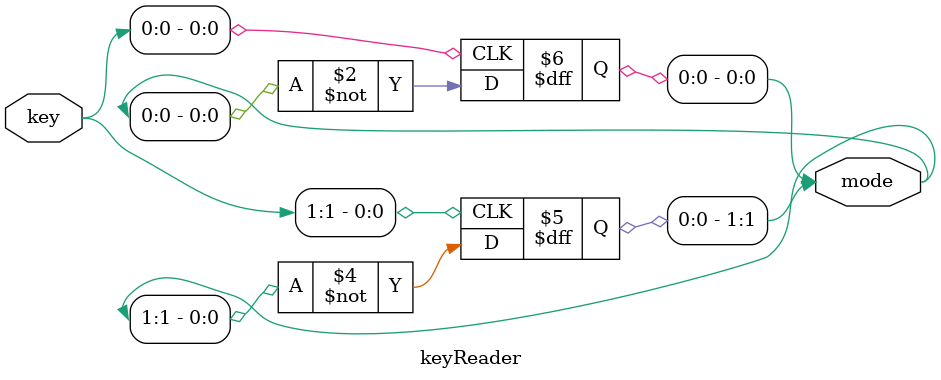
<source format=v>
/*
Gabriel Altman
ECEN 2350 Digital Logic
March, 2018
*/

module keyReader (key, mode);

input [0:1]key;
output reg [1:0]mode;


always @(posedge key[0]) 
		begin
		mode[0] = ~mode[0];
		end
always @(posedge key[1])
		begin
		mode[1] = ~mode[1];
		end
		
endmodule



//CODE BELOW THIS LINE DOES NOT WORK
//_______________________________________
/*
always @(posedge key) 
		begin
		case (key[0])  	
			1'b1: mode[0] = ~mode[0];
		endcase	
		case (key[1])
			1'b1: mode[1] = ~mode[1];
		endcase
		end
		
endmodule
		

	always @(posedge key) 
		begin
		case (key[1:0])  	
			2'b00: mode=2'b00;
			2'b01: mode=2'b01;
			2'b10: mode=2'b10;
			2'b11: mode=2'b11;
		endcase
		end
		
endmodule	
*/
</source>
